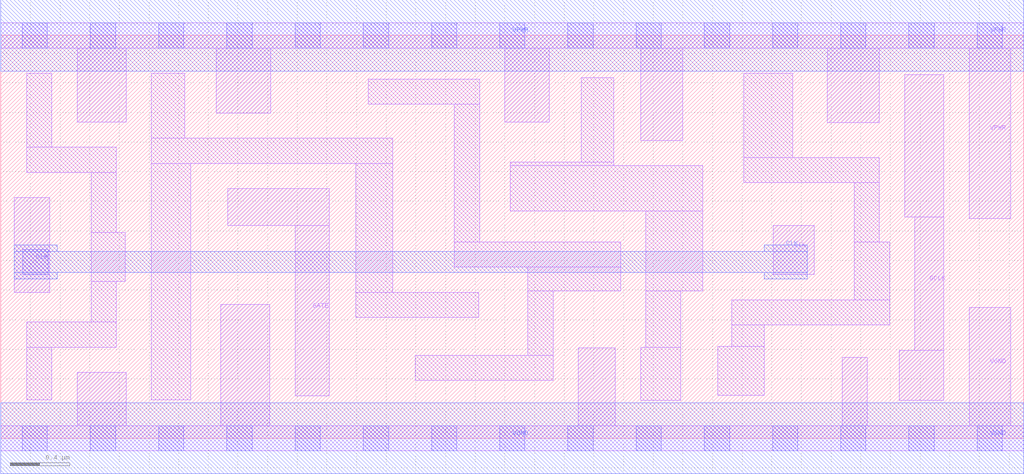
<source format=lef>
# Copyright 2020 The SkyWater PDK Authors
#
# Licensed under the Apache License, Version 2.0 (the "License");
# you may not use this file except in compliance with the License.
# You may obtain a copy of the License at
#
#     https://www.apache.org/licenses/LICENSE-2.0
#
# Unless required by applicable law or agreed to in writing, software
# distributed under the License is distributed on an "AS IS" BASIS,
# WITHOUT WARRANTIES OR CONDITIONS OF ANY KIND, either express or implied.
# See the License for the specific language governing permissions and
# limitations under the License.
#
# SPDX-License-Identifier: Apache-2.0

VERSION 5.7 ;
  NAMESCASESENSITIVE ON ;
  NOWIREEXTENSIONATPIN ON ;
  DIVIDERCHAR "/" ;
  BUSBITCHARS "[]" ;
UNITS
  DATABASE MICRONS 200 ;
END UNITS
MACRO sky130_fd_sc_hd__dlclkp_2
  CLASS CORE ;
  SOURCE USER ;
  FOREIGN sky130_fd_sc_hd__dlclkp_2 ;
  ORIGIN  0.000000  0.000000 ;
  SIZE  6.900000 BY  2.720000 ;
  SYMMETRY X Y R90 ;
  SITE unithd ;
  PIN GATE
    ANTENNAGATEAREA  0.159000 ;
    DIRECTION INPUT ;
    USE SIGNAL ;
    PORT
      LAYER li1 ;
        RECT 1.530000 1.435000 2.215000 1.685000 ;
        RECT 1.985000 0.285000 2.215000 1.435000 ;
    END
  END GATE
  PIN GCLK
    ANTENNADIFFAREA  0.445500 ;
    DIRECTION OUTPUT ;
    USE SIGNAL ;
    PORT
      LAYER li1 ;
        RECT 6.060000 0.255000 6.360000 0.595000 ;
        RECT 6.095000 1.495000 6.360000 2.455000 ;
        RECT 6.165000 0.595000 6.360000 1.495000 ;
    END
  END GCLK
  PIN CLK
    ANTENNAGATEAREA  0.318000 ;
    DIRECTION INPUT ;
    USE CLOCK ;
    PORT
      LAYER li1 ;
        RECT 0.090000 0.985000 0.330000 1.625000 ;
        RECT 5.210000 1.105000 5.485000 1.435000 ;
      LAYER mcon ;
        RECT 0.150000 1.105000 0.320000 1.275000 ;
      LAYER met1 ;
        RECT 0.090000 1.075000 0.380000 1.120000 ;
        RECT 0.090000 1.120000 5.440000 1.260000 ;
        RECT 0.090000 1.260000 0.380000 1.305000 ;
        RECT 5.150000 1.075000 5.440000 1.120000 ;
        RECT 5.150000 1.260000 5.440000 1.305000 ;
    END
  END CLK
  PIN VGND
    DIRECTION INOUT ;
    SHAPE ABUTMENT ;
    USE GROUND ;
    PORT
      LAYER li1 ;
        RECT 0.000000 -0.085000 6.900000 0.085000 ;
        RECT 0.515000  0.085000 0.845000 0.445000 ;
        RECT 1.485000  0.085000 1.815000 0.905000 ;
        RECT 3.895000  0.085000 4.145000 0.610000 ;
        RECT 5.675000  0.085000 5.845000 0.545000 ;
        RECT 6.530000  0.085000 6.810000 0.885000 ;
      LAYER mcon ;
        RECT 0.145000 -0.085000 0.315000 0.085000 ;
        RECT 0.605000 -0.085000 0.775000 0.085000 ;
        RECT 1.065000 -0.085000 1.235000 0.085000 ;
        RECT 1.525000 -0.085000 1.695000 0.085000 ;
        RECT 1.985000 -0.085000 2.155000 0.085000 ;
        RECT 2.445000 -0.085000 2.615000 0.085000 ;
        RECT 2.905000 -0.085000 3.075000 0.085000 ;
        RECT 3.365000 -0.085000 3.535000 0.085000 ;
        RECT 3.825000 -0.085000 3.995000 0.085000 ;
        RECT 4.285000 -0.085000 4.455000 0.085000 ;
        RECT 4.745000 -0.085000 4.915000 0.085000 ;
        RECT 5.205000 -0.085000 5.375000 0.085000 ;
        RECT 5.665000 -0.085000 5.835000 0.085000 ;
        RECT 6.125000 -0.085000 6.295000 0.085000 ;
        RECT 6.585000 -0.085000 6.755000 0.085000 ;
      LAYER met1 ;
        RECT 0.000000 -0.240000 6.900000 0.240000 ;
    END
  END VGND
  PIN VPWR
    DIRECTION INOUT ;
    SHAPE ABUTMENT ;
    USE POWER ;
    PORT
      LAYER li1 ;
        RECT 0.000000 2.635000 6.900000 2.805000 ;
        RECT 0.515000 2.135000 0.845000 2.635000 ;
        RECT 1.455000 2.195000 1.820000 2.635000 ;
        RECT 3.400000 2.135000 3.700000 2.635000 ;
        RECT 4.315000 2.010000 4.600000 2.635000 ;
        RECT 5.575000 2.130000 5.925000 2.635000 ;
        RECT 6.530000 1.485000 6.810000 2.635000 ;
      LAYER mcon ;
        RECT 0.145000 2.635000 0.315000 2.805000 ;
        RECT 0.605000 2.635000 0.775000 2.805000 ;
        RECT 1.065000 2.635000 1.235000 2.805000 ;
        RECT 1.525000 2.635000 1.695000 2.805000 ;
        RECT 1.985000 2.635000 2.155000 2.805000 ;
        RECT 2.445000 2.635000 2.615000 2.805000 ;
        RECT 2.905000 2.635000 3.075000 2.805000 ;
        RECT 3.365000 2.635000 3.535000 2.805000 ;
        RECT 3.825000 2.635000 3.995000 2.805000 ;
        RECT 4.285000 2.635000 4.455000 2.805000 ;
        RECT 4.745000 2.635000 4.915000 2.805000 ;
        RECT 5.205000 2.635000 5.375000 2.805000 ;
        RECT 5.665000 2.635000 5.835000 2.805000 ;
        RECT 6.125000 2.635000 6.295000 2.805000 ;
        RECT 6.585000 2.635000 6.755000 2.805000 ;
      LAYER met1 ;
        RECT 0.000000 2.480000 6.900000 2.960000 ;
    END
  END VPWR
  OBS
    LAYER li1 ;
      RECT 0.175000 0.260000 0.345000 0.615000 ;
      RECT 0.175000 0.615000 0.780000 0.785000 ;
      RECT 0.175000 1.795000 0.780000 1.965000 ;
      RECT 0.175000 1.965000 0.345000 2.465000 ;
      RECT 0.610000 0.785000 0.780000 1.060000 ;
      RECT 0.610000 1.060000 0.840000 1.390000 ;
      RECT 0.610000 1.390000 0.780000 1.795000 ;
      RECT 1.015000 0.260000 1.280000 1.855000 ;
      RECT 1.015000 1.855000 2.645000 2.025000 ;
      RECT 1.015000 2.025000 1.240000 2.465000 ;
      RECT 2.395000 0.815000 3.225000 0.985000 ;
      RECT 2.395000 0.985000 2.645000 1.855000 ;
      RECT 2.480000 2.255000 3.230000 2.425000 ;
      RECT 2.795000 0.390000 3.725000 0.560000 ;
      RECT 3.060000 1.155000 4.180000 1.325000 ;
      RECT 3.060000 1.325000 3.230000 2.255000 ;
      RECT 3.435000 1.535000 4.735000 1.840000 ;
      RECT 3.435000 1.840000 4.135000 1.865000 ;
      RECT 3.555000 0.560000 3.725000 0.995000 ;
      RECT 3.555000 0.995000 4.180000 1.155000 ;
      RECT 3.915000 1.865000 4.135000 2.435000 ;
      RECT 4.315000 0.255000 4.585000 0.615000 ;
      RECT 4.350000 0.615000 4.585000 0.995000 ;
      RECT 4.350000 0.995000 4.735000 1.535000 ;
      RECT 4.835000 0.290000 5.150000 0.620000 ;
      RECT 4.930000 0.620000 5.150000 0.765000 ;
      RECT 4.930000 0.765000 5.995000 0.935000 ;
      RECT 5.010000 1.725000 5.925000 1.895000 ;
      RECT 5.010000 1.895000 5.340000 2.465000 ;
      RECT 5.755000 0.935000 5.995000 1.325000 ;
      RECT 5.755000 1.325000 5.925000 1.725000 ;
  END
END sky130_fd_sc_hd__dlclkp_2
END LIBRARY

</source>
